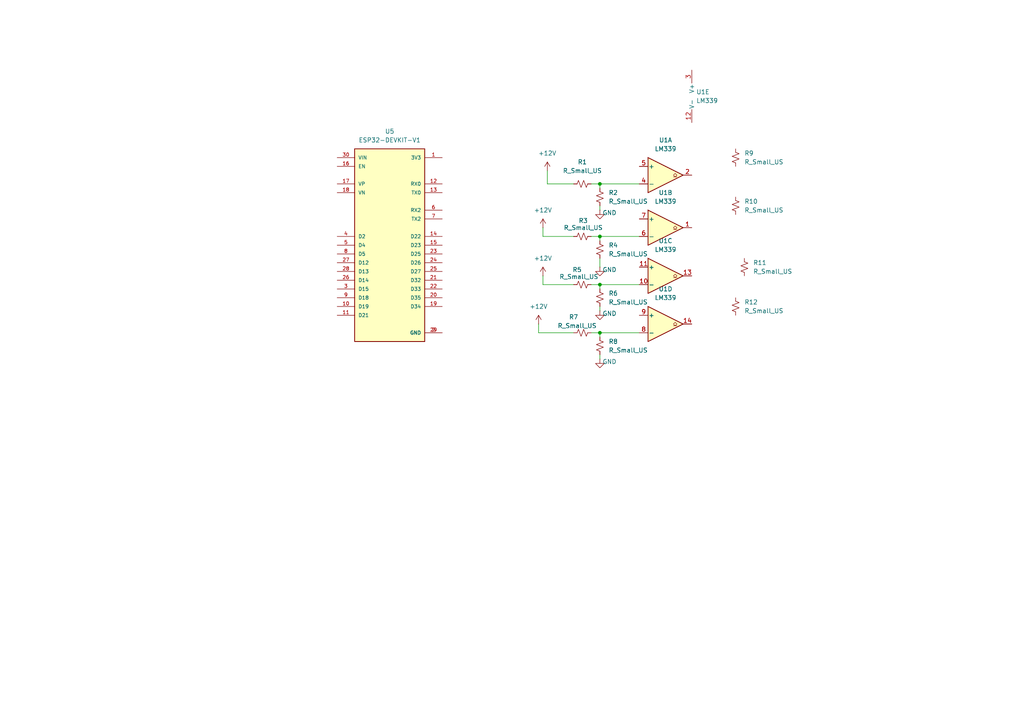
<source format=kicad_sch>
(kicad_sch (version 20250114) (generator "eeschema") (generator_version "9.0")
  (paper "A4")
  (lib_symbols
    (symbol "Comparator:LM339" (pin_names (offset 0.127))
      (property "Reference" "U" (at 0 5.08 0))
      (property "Value" "LM339" (at 0 -5.08 0))
      (symbol "LM339_1_1"
        (polyline (pts (xy -5.08 5.08) (xy 5.08 0) (xy -5.08 -5.08) (xy -5.08 5.08)) (stroke (width 0.254)) (fill (type background)))
        (polyline (pts (xy 3.302 -0.508) (xy 2.794 -0.508) (xy 3.302 0) (xy 2.794 0.508) (xy 2.286 0) (xy 2.794 -0.508) (xy 2.286 -0.508)) (stroke (width 0.127)))
        (pin input line (at -7.62 2.54 0) (length 2.54) (name "+") (number "5"))
        (pin input line (at -7.62 -2.54 0) (length 2.54) (name "-") (number "4"))
        (pin open_collector line (at 7.62 0 180) (length 2.54) (name "~") (number "2"))
      )
      (symbol "LM339_2_1"
        (polyline (pts (xy -5.08 5.08) (xy 5.08 0) (xy -5.08 -5.08) (xy -5.08 5.08)) (stroke (width 0.254)) (fill (type background)))
        (polyline (pts (xy 3.302 -0.508) (xy 2.794 -0.508) (xy 3.302 0) (xy 2.794 0.508) (xy 2.286 0) (xy 2.794 -0.508) (xy 2.286 -0.508)) (stroke (width 0.127)))
        (pin input line (at -7.62 2.54 0) (length 2.54) (name "+") (number "7"))
        (pin input line (at -7.62 -2.54 0) (length 2.54) (name "-") (number "6"))
        (pin open_collector line (at 7.62 0 180) (length 2.54) (name "~") (number "1"))
      )
      (symbol "LM339_3_1"
        (polyline (pts (xy -5.08 5.08) (xy 5.08 0) (xy -5.08 -5.08) (xy -5.08 5.08)) (stroke (width 0.254)) (fill (type background)))
        (polyline (pts (xy 3.302 -0.508) (xy 2.794 -0.508) (xy 3.302 0) (xy 2.794 0.508) (xy 2.286 0) (xy 2.794 -0.508) (xy 2.286 -0.508)) (stroke (width 0.127)))
        (pin input line (at -7.62 2.54 0) (length 2.54) (name "+") (number "11"))
        (pin input line (at -7.62 -2.54 0) (length 2.54) (name "-") (number "10"))
        (pin open_collector line (at 7.62 0 180) (length 2.54) (name "~") (number "13"))
      )
      (symbol "LM339_4_1"
        (polyline (pts (xy -5.08 5.08) (xy 5.08 0) (xy -5.08 -5.08) (xy -5.08 5.08)) (stroke (width 0.254)) (fill (type background)))
        (polyline (pts (xy 3.302 -0.508) (xy 2.794 -0.508) (xy 3.302 0) (xy 2.794 0.508) (xy 2.286 0) (xy 2.794 -0.508) (xy 2.286 -0.508)) (stroke (width 0.127)))
        (pin input line (at -7.62 2.54 0) (length 2.54) (name "+") (number "9"))
        (pin input line (at -7.62 -2.54 0) (length 2.54) (name "-") (number "8"))
        (pin open_collector line (at 7.62 0 180) (length 2.54) (name "~") (number "14"))
      )
      (symbol "LM339_5_1"
        (pin power_in line (at -2.54 7.62 270) (length 3.81) (name "V+") (number "3"))
        (pin power_in line (at -2.54 -7.62 90) (length 3.81) (name "V-") (number "12"))
      )
    )
    (symbol "Device:R_Small_US" (pin_numbers (hide yes)) (pin_names (offset 0.254) (hide yes))
      (property "Reference" "R" (at 0.762 0.508 0))
      (property "Value" "R_Small_US" (at 0.762 -1.016 0))
      (symbol "R_Small_US_1_1"
        (polyline (pts (xy 0 1.524) (xy 1.016 1.143) (xy 0 0.762) (xy -1.016 0.381) (xy 0 0)))
        (polyline (pts (xy 0 0) (xy 1.016 -0.381) (xy 0 -0.762) (xy -1.016 -1.143) (xy 0 -1.524)))
        (pin passive line (at 0 2.54 270) (length 1.016) (name "~") (number "1"))
        (pin passive line (at 0 -2.54 90) (length 1.016) (name "~") (number "2"))
      )
    )
    (symbol "ESP32-DEVKIT-V1:ESP32-DEVKIT-V1" (pin_names (offset 1.016))
      (property "Reference" "U" (at -10.16 30.48 0))
      (property "Value" "ESP32-DEVKIT-V1" (at -10.16 -30.48 0))
      (symbol "ESP32-DEVKIT-V1_0_0"
        (rectangle (start -10.16 -27.94) (end 10.16 27.94) (stroke (width 0.254)) (fill (type background)))
        (pin input line (at -15.24 25.4 0) (length 5.08) (name "VIN") (number "30"))
        (pin input line (at -15.24 22.86 0) (length 5.08) (name "EN") (number "16"))
        (pin bidirectional line (at -15.24 17.78 0) (length 5.08) (name "VP") (number "17"))
        (pin bidirectional line (at -15.24 15.24 0) (length 5.08) (name "VN") (number "18"))
        (pin bidirectional line (at -15.24 2.54 0) (length 5.08) (name "D2") (number "4"))
        (pin bidirectional line (at -15.24 0 0) (length 5.08) (name "D4") (number "5"))
        (pin bidirectional line (at -15.24 -2.54 0) (length 5.08) (name "D5") (number "8"))
        (pin bidirectional line (at -15.24 -5.08 0) (length 5.08) (name "D12") (number "27"))
        (pin bidirectional line (at -15.24 -7.62 0) (length 5.08) (name "D13") (number "28"))
        (pin bidirectional line (at -15.24 -10.16 0) (length 5.08) (name "D14") (number "26"))
        (pin bidirectional line (at -15.24 -12.7 0) (length 5.08) (name "D15") (number "3"))
        (pin bidirectional line (at -15.24 -15.24 0) (length 5.08) (name "D18") (number "9"))
        (pin bidirectional line (at -15.24 -17.78 0) (length 5.08) (name "D19") (number "10"))
        (pin bidirectional line (at -15.24 -20.32 0) (length 5.08) (name "D21") (number "11"))
        (pin output line (at 15.24 25.4 180) (length 5.08) (name "3V3") (number "1"))
        (pin input line (at 15.24 17.78 180) (length 5.08) (name "RX0") (number "12"))
        (pin output line (at 15.24 15.24 180) (length 5.08) (name "TX0") (number "13"))
        (pin input line (at 15.24 10.16 180) (length 5.08) (name "RX2") (number "6"))
        (pin output line (at 15.24 7.62 180) (length 5.08) (name "TX2") (number "7"))
        (pin bidirectional line (at 15.24 2.54 180) (length 5.08) (name "D22") (number "14"))
        (pin bidirectional line (at 15.24 0 180) (length 5.08) (name "D23") (number "15"))
        (pin bidirectional line (at 15.24 -2.54 180) (length 5.08) (name "D25") (number "23"))
        (pin bidirectional line (at 15.24 -5.08 180) (length 5.08) (name "D26") (number "24"))
        (pin bidirectional line (at 15.24 -7.62 180) (length 5.08) (name "D27") (number "25"))
        (pin bidirectional line (at 15.24 -10.16 180) (length 5.08) (name "D32") (number "21"))
        (pin bidirectional line (at 15.24 -12.7 180) (length 5.08) (name "D33") (number "22"))
        (pin bidirectional line (at 15.24 -15.24 180) (length 5.08) (name "D35") (number "20"))
        (pin bidirectional line (at 15.24 -17.78 180) (length 5.08) (name "D34") (number "19"))
        (pin power_in line (at 15.24 -25.4 180) (length 5.08) (name "GND") (number "2"))
        (pin power_in line (at 15.24 -25.4 180) (length 5.08) (name "GND") (number "29"))
      )
    )
    (symbol "power:+12V" (power) (pin_numbers (hide yes)) (pin_names (offset 0) (hide yes))
      (property "Value" "+12V" (at 0 3.556 0))
      (symbol "+12V_0_1"
        (polyline (pts (xy -0.762 1.27) (xy 0 2.54)))
        (polyline (pts (xy 0 2.54) (xy 0.762 1.27)))
        (polyline (pts (xy 0 0) (xy 0 2.54)))
      )
      (symbol "+12V_1_1"
        (pin power_in line (at 0 0 90) (length 0) (name "~") (number "1"))
      )
    )
    (symbol "power:GND" (power) (pin_numbers (hide yes)) (pin_names (offset 0) (hide yes))
      (property "Value" "GND" (at 0 -3.81 0))
      (symbol "GND_0_1"
        (polyline (pts (xy 0 0) (xy 0 -1.27) (xy 1.27 -1.27) (xy 0 -2.54) (xy -1.27 -1.27) (xy 0 -1.27)))
      )
      (symbol "GND_1_1"
        (pin power_in line (at 0 0 270) (length 0) (name "~") (number "1"))
      )
    )
  )
  (junction (at 173.99 68.58))
  (junction (at 173.99 96.52))
  (junction (at 173.99 82.55))
  (junction (at 173.99 53.34))
  (wire (pts (xy 173.99 53.34) (xy 185.42 53.34)))
  (wire (pts (xy 173.99 82.55) (xy 185.42 82.55)))
  (wire (pts (xy 173.99 96.52) (xy 173.99 97.79)))
  (wire (pts (xy 173.99 82.55) (xy 173.99 83.82)))
  (wire (pts (xy 156.21 93.98) (xy 156.21 96.52)))
  (wire (pts (xy 158.75 53.34) (xy 166.37 53.34)))
  (wire (pts (xy 156.21 96.52) (xy 166.37 96.52)))
  (wire (pts (xy 157.48 66.04) (xy 157.48 68.58)))
  (wire (pts (xy 173.99 68.58) (xy 185.42 68.58)))
  (wire (pts (xy 157.48 68.58) (xy 166.37 68.58)))
  (wire (pts (xy 157.48 80.01) (xy 157.48 82.55)))
  (wire (pts (xy 173.99 88.9) (xy 173.99 90.17)))
  (wire (pts (xy 171.45 68.58) (xy 173.99 68.58)))
  (wire (pts (xy 173.99 96.52) (xy 185.42 96.52)))
  (wire (pts (xy 173.99 102.87) (xy 173.99 104.14)))
  (wire (pts (xy 157.48 82.55) (xy 166.37 82.55)))
  (wire (pts (xy 158.75 49.53) (xy 158.75 53.34)))
  (wire (pts (xy 171.45 96.52) (xy 173.99 96.52)))
  (wire (pts (xy 173.99 53.34) (xy 173.99 54.61)))
  (wire (pts (xy 173.99 60.96) (xy 173.99 59.69)))
  (wire (pts (xy 171.45 82.55) (xy 173.99 82.55)))
  (wire (pts (xy 173.99 74.93) (xy 173.99 77.47)))
  (wire (pts (xy 173.99 68.58) (xy 173.99 69.85)))
  (wire (pts (xy 171.45 53.34) (xy 173.99 53.34)))
  (symbol (lib_id "Device:R_Small_US") (at 168.91 53.34 90) (unit 1)
    (property "Reference" "R1" (at 168.91 46.99 90))
    (property "Value" "R_Small_US" (at 168.91 49.53 90))
    (property "Description" "Resistor, small US symbol" (effects (hide yes)))
  )
  (symbol (lib_id "Device:R_Small_US") (at 173.99 57.15 0) (unit 1)
    (property "Reference" "R2" (at 176.53 55.8799 0) (effects (justify left)))
    (property "Value" "R_Small_US" (at 176.53 58.4199 0) (effects (justify left)))
    (property "Description" "Resistor, small US symbol" (effects (hide yes)))
  )
  (symbol (lib_id "Device:R_Small_US") (at 173.99 86.36 0) (unit 1)
    (property "Reference" "R6" (at 176.53 85.0899 0) (effects (justify left)))
    (property "Value" "R_Small_US" (at 176.53 87.6299 0) (effects (justify left)))
    (property "Description" "Resistor, small US symbol" (effects (hide yes)))
  )
  (symbol (lib_id "Device:R_Small_US") (at 213.36 45.72 0) (unit 1)
    (property "Reference" "R9" (at 215.9 44.4499 0) (effects (justify left)))
    (property "Value" "R_Small_US" (at 215.9 46.9899 0) (effects (justify left)))
    (property "Description" "Resistor, small US symbol" (effects (hide yes)))
  )
  (symbol (lib_id "power:+12V") (at 157.48 66.04 0) (unit 1)
    (property "Reference" "#PWR02" (effects (hide yes)))
    (property "Value" "+12V" (at 157.48 60.96 0))
    (property "Description" "Power symbol creates a global label with name \"+12V\"" (effects (hide yes)))
  )
  (symbol (lib_id "Device:R_Small_US") (at 215.9 77.47 0) (unit 1)
    (property "Reference" "R11" (at 218.44 76.1999 0) (effects (justify left)))
    (property "Value" "R_Small_US" (at 218.44 78.7399 0) (effects (justify left)))
    (property "Description" "Resistor, small US symbol" (effects (hide yes)))
  )
  (symbol (lib_id "power:GND") (at 173.99 77.47 0) (unit 1)
    (property "Reference" "#PWR06" (effects (hide yes)))
    (property "Value" "GND" (at 176.784 78.232 0))
    (property "Description" "Power symbol creates a global label with name \"GND\" , ground" (effects (hide yes)))
  )
  (symbol (lib_id "power:GND") (at 173.99 90.17 0) (unit 1)
    (property "Reference" "#PWR07" (effects (hide yes)))
    (property "Value" "GND" (at 176.784 90.932 0))
    (property "Description" "Power symbol creates a global label with name \"GND\" , ground" (effects (hide yes)))
  )
  (symbol (lib_id "Comparator:LM339") (at 193.04 80.01 0) (unit 3)
    (property "Reference" "U1" (at 193.04 69.85 0))
    (property "Value" "LM339" (at 193.04 72.39 0))
    (property "Datasheet" "https://www.st.com/resource/en/datasheet/lm139.pdf" (effects (hide yes)))
    (property "Description" "Quad Differential Comparators, SOIC-14/TSSOP-14" (effects (hide yes)))
  )
  (symbol (lib_id "power:+12V") (at 157.48 80.01 0) (unit 1)
    (property "Reference" "#PWR03" (effects (hide yes)))
    (property "Value" "+12V" (at 157.48 74.93 0))
    (property "Description" "Power symbol creates a global label with name \"+12V\"" (effects (hide yes)))
  )
  (symbol (lib_id "Device:R_Small_US") (at 168.91 82.55 90) (unit 1)
    (property "Reference" "R5" (at 167.386 78.232 90))
    (property "Value" "R_Small_US" (at 167.894 80.264 90))
    (property "Description" "Resistor, small US symbol" (effects (hide yes)))
  )
  (symbol (lib_id "Device:R_Small_US") (at 173.99 100.33 0) (unit 1)
    (property "Reference" "R8" (at 176.53 99.0599 0) (effects (justify left)))
    (property "Value" "R_Small_US" (at 176.53 101.5999 0) (effects (justify left)))
    (property "Description" "Resistor, small US symbol" (effects (hide yes)))
  )
  (symbol (lib_id "power:GND") (at 173.99 104.14 0) (unit 1)
    (property "Reference" "#PWR08" (effects (hide yes)))
    (property "Value" "GND" (at 176.784 104.902 0))
    (property "Description" "Power symbol creates a global label with name \"GND\" , ground" (effects (hide yes)))
  )
  (symbol (lib_id "power:+12V") (at 158.75 49.53 0) (unit 1)
    (property "Reference" "#PWR01" (effects (hide yes)))
    (property "Value" "+12V" (at 158.75 44.45 0))
    (property "Description" "Power symbol creates a global label with name \"+12V\"" (effects (hide yes)))
  )
  (symbol (lib_id "Comparator:LM339") (at 193.04 50.8 0) (unit 1)
    (property "Reference" "U1" (at 193.04 40.64 0))
    (property "Value" "LM339" (at 193.04 43.18 0))
    (property "Datasheet" "https://www.st.com/resource/en/datasheet/lm139.pdf" (effects (hide yes)))
    (property "Description" "Quad Differential Comparators, SOIC-14/TSSOP-14" (effects (hide yes)))
  )
  (symbol (lib_id "Comparator:LM339") (at 193.04 93.98 0) (unit 4)
    (property "Reference" "U1" (at 193.04 83.82 0))
    (property "Value" "LM339" (at 193.04 86.36 0))
    (property "Datasheet" "https://www.st.com/resource/en/datasheet/lm139.pdf" (effects (hide yes)))
    (property "Description" "Quad Differential Comparators, SOIC-14/TSSOP-14" (effects (hide yes)))
  )
  (symbol (lib_id "Device:R_Small_US") (at 168.91 68.58 90) (unit 1)
    (property "Reference" "R3" (at 169.164 64.008 90))
    (property "Value" "R_Small_US" (at 169.164 66.04 90))
    (property "Description" "Resistor, small US symbol" (effects (hide yes)))
  )
  (symbol (lib_id "Comparator:LM339") (at 193.04 66.04 0) (unit 2)
    (property "Reference" "U1" (at 193.04 55.88 0))
    (property "Value" "LM339" (at 193.04 58.42 0))
    (property "Datasheet" "https://www.st.com/resource/en/datasheet/lm139.pdf" (effects (hide yes)))
    (property "Description" "Quad Differential Comparators, SOIC-14/TSSOP-14" (effects (hide yes)))
  )
  (symbol (lib_id "Comparator:LM339") (at 203.2 27.94 0) (unit 5)
    (property "Reference" "U1" (at 201.93 26.6699 0) (effects (justify left)))
    (property "Value" "LM339" (at 201.93 29.2099 0) (effects (justify left)))
    (property "Datasheet" "https://www.st.com/resource/en/datasheet/lm139.pdf" (effects (hide yes)))
    (property "Description" "Quad Differential Comparators, SOIC-14/TSSOP-14" (effects (hide yes)))
  )
  (symbol (lib_id "Device:R_Small_US") (at 168.91 96.52 90) (unit 1)
    (property "Reference" "R7" (at 166.37 91.948 90))
    (property "Value" "R_Small_US" (at 167.386 94.488 90))
    (property "Description" "Resistor, small US symbol" (effects (hide yes)))
  )
  (symbol (lib_id "Device:R_Small_US") (at 213.36 59.69 0) (unit 1)
    (property "Reference" "R10" (at 215.9 58.4199 0) (effects (justify left)))
    (property "Value" "R_Small_US" (at 215.9 60.9599 0) (effects (justify left)))
    (property "Description" "Resistor, small US symbol" (effects (hide yes)))
  )
  (symbol (lib_id "ESP32-DEVKIT-V1:ESP32-DEVKIT-V1") (at 113.03 71.12 0) (unit 1)
    (property "Reference" "U5" (at 113.03 38.1 0))
    (property "Value" "ESP32-DEVKIT-V1" (at 113.03 40.64 0))
    (property "Footprint" "ESP32-DEVKIT-V1:MODULE_ESP32_DEVKIT_V1" (effects (hide yes)))
    (property "MF" "Do it" (effects (hide yes)))
    (property "MAXIMUM_PACKAGE_HEIGHT" "6.8 mm" (effects (hide yes)))
    (property "Package" "None" (effects (hide yes)))
    (property "Price" "None" (effects (hide yes)))
    (property "Check_prices" "https://www.snapeda.com/parts/ESP32-DEVKIT-V1/Do+it/view-part/?ref=eda" (effects (hide yes)))
    (property "STANDARD" "Manufacturer Recommendations" (effects (hide yes)))
    (property "PARTREV" "N/A" (effects (hide yes)))
    (property "SnapEDA_Link" "https://www.snapeda.com/parts/ESP32-DEVKIT-V1/Do+it/view-part/?ref=snap" (effects (hide yes)))
    (property "MP" "ESP32-DEVKIT-V1" (effects (hide yes)))
    (property "Description_1" "Dual core, Wi-Fi: 2.4 GHz up to 150 Mbits/s,BLE (Bluetooth Low Energy) and legacy Bluetooth, 32 bits, Up to 240 MHz" (effects (hide yes)))
    (property "Availability" "Not in stock" (effects (hide yes)))
    (property "MANUFACTURER" "DOIT" (effects (hide yes)))
  )
  (symbol (lib_id "power:+12V") (at 156.21 93.98 0) (unit 1)
    (property "Reference" "#PWR04" (effects (hide yes)))
    (property "Value" "+12V" (at 156.21 88.9 0))
    (property "Description" "Power symbol creates a global label with name \"+12V\"" (effects (hide yes)))
  )
  (symbol (lib_id "Device:R_Small_US") (at 173.99 72.39 0) (unit 1)
    (property "Reference" "R4" (at 176.53 71.1199 0) (effects (justify left)))
    (property "Value" "R_Small_US" (at 176.53 73.6599 0) (effects (justify left)))
    (property "Description" "Resistor, small US symbol" (effects (hide yes)))
  )
  (symbol (lib_id "Device:R_Small_US") (at 213.36 88.9 0) (unit 1)
    (property "Reference" "R12" (at 215.9 87.6299 0) (effects (justify left)))
    (property "Value" "R_Small_US" (at 215.9 90.1699 0) (effects (justify left)))
    (property "Description" "Resistor, small US symbol" (effects (hide yes)))
  )
  (symbol (lib_id "power:GND") (at 173.99 60.96 0) (unit 1)
    (property "Reference" "#PWR05" (effects (hide yes)))
    (property "Value" "GND" (at 176.784 61.722 0))
    (property "Description" "Power symbol creates a global label with name \"GND\" , ground" (effects (hide yes)))
  )
)
</source>
